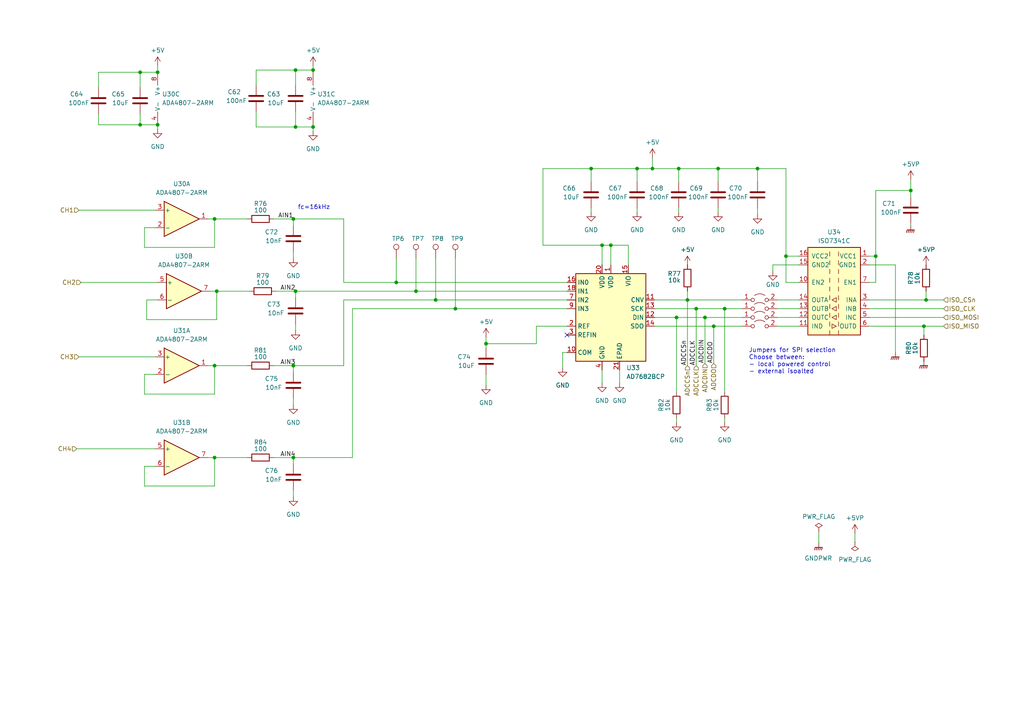
<source format=kicad_sch>
(kicad_sch (version 20231120) (generator "eeschema") (generator_version "8.0")
  (paper "A4")
  (lib_symbols
    (symbol "Amplifier_Operational:ADA4807-2ARM" (pin_names (offset 0.127))
      (property "Reference" "U" (at 0 5.08 0))
      (property "Value" "ADA4807-2ARM" (at 0 -5.08 0))
      (symbol "ADA4807-2ARM_1_1"
        (polyline (pts (xy -5.08 5.08) (xy 5.08 0) (xy -5.08 -5.08) (xy -5.08 5.08)) (stroke (width 0.254)) (fill (type background)))
        (pin output line (at 7.62 0 180) (length 2.54) (name "~") (number "1"))
        (pin input line (at -7.62 -2.54 0) (length 2.54) (name "-") (number "2"))
        (pin input line (at -7.62 2.54 0) (length 2.54) (name "+") (number "3"))
      )
      (symbol "ADA4807-2ARM_2_1"
        (polyline (pts (xy -5.08 5.08) (xy 5.08 0) (xy -5.08 -5.08) (xy -5.08 5.08)) (stroke (width 0.254)) (fill (type background)))
        (pin input line (at -7.62 2.54 0) (length 2.54) (name "+") (number "5"))
        (pin input line (at -7.62 -2.54 0) (length 2.54) (name "-") (number "6"))
        (pin output line (at 7.62 0 180) (length 2.54) (name "~") (number "7"))
      )
      (symbol "ADA4807-2ARM_3_1"
        (pin power_in line (at -2.54 -7.62 90) (length 3.81) (name "V-") (number "4"))
        (pin power_in line (at -2.54 7.62 270) (length 3.81) (name "V+") (number "8"))
      )
    )
    (symbol "Analog_ADC:AD7682BCP"
      (property "Reference" "U" (at 8.89 13.97 0))
      (property "Value" "AD7682BCP" (at -10.16 13.97 0))
      (symbol "AD7682BCP_0_1"
        (rectangle (start -10.16 12.7) (end 10.16 -12.7) (stroke (width 0.254)) (fill (type background)))
      )
      (symbol "AD7682BCP_1_1"
        (pin power_in line (at 0 15.24 270) (length 2.54) (name "VDD") (number "1"))
        (pin input line (at -12.7 -10.16 0) (length 2.54) (name "COM") (number "10"))
        (pin input line (at 12.7 5.08 180) (length 2.54) (name "CNV") (number "11"))
        (pin input line (at 12.7 0 180) (length 2.54) (name "DIN") (number "12"))
        (pin input line (at 12.7 2.54 180) (length 2.54) (name "SCK") (number "13"))
        (pin output line (at 12.7 -2.54 180) (length 2.54) (name "SDO") (number "14"))
        (pin power_in line (at 5.08 15.24 270) (length 2.54) (name "VIO") (number "15"))
        (pin input line (at -12.7 10.16 0) (length 2.54) (name "IN0") (number "16"))
        (pin no_connect line (at 10.16 -7.62 180) (length 2.54) hide (name "NC") (number "17"))
        (pin input line (at -12.7 7.62 0) (length 2.54) (name "IN1") (number "18"))
        (pin no_connect line (at 10.16 -5.08 180) (length 2.54) hide (name "NC") (number "19"))
        (pin passive line (at -12.7 -2.54 0) (length 2.54) (name "REF") (number "2"))
        (pin power_in line (at -2.54 15.24 270) (length 2.54) (name "VDD") (number "20"))
        (pin passive line (at 2.54 -15.24 90) (length 2.54) (name "EPAD") (number "21"))
        (pin passive line (at -12.7 -5.08 0) (length 2.54) (name "REFIN") (number "3"))
        (pin power_in line (at -2.54 -15.24 90) (length 2.54) (name "GND") (number "4"))
        (pin passive line (at -2.54 -15.24 90) (length 2.54) hide (name "GND") (number "5"))
        (pin no_connect line (at 10.16 7.62 180) (length 2.54) hide (name "NC") (number "6"))
        (pin input line (at -12.7 5.08 0) (length 2.54) (name "IN2") (number "7"))
        (pin no_connect line (at 10.16 -10.16 180) (length 2.54) hide (name "NC") (number "8"))
        (pin input line (at -12.7 2.54 0) (length 2.54) (name "IN3") (number "9"))
      )
    )
    (symbol "Connector:TestPoint" (pin_numbers hide) (pin_names (offset 0.762) hide)
      (property "Reference" "TP" (at 0 6.858 0))
      (property "Value" "TestPoint" (at 0 5.08 0))
      (symbol "TestPoint_0_1"
        (circle (center 0 3.302) (radius 0.762))
      )
      (symbol "TestPoint_1_1"
        (pin passive line (at 0 0 90) (length 2.54) (name "1") (number "1"))
      )
    )
    (symbol "Device:C" (pin_numbers hide) (pin_names (offset 0.254))
      (property "Reference" "C" (at 0.635 2.54 0))
      (property "Value" "C" (at 0.635 -2.54 0))
      (symbol "C_0_1"
        (polyline (pts (xy -2.032 -0.762) (xy 2.032 -0.762)) (stroke (width 0.508)))
        (polyline (pts (xy -2.032 0.762) (xy 2.032 0.762)) (stroke (width 0.508)))
      )
      (symbol "C_1_1"
        (pin passive line (at 0 3.81 270) (length 2.794) (name "~") (number "1"))
        (pin passive line (at 0 -3.81 90) (length 2.794) (name "~") (number "2"))
      )
    )
    (symbol "Device:R" (pin_numbers hide) (pin_names (offset 0))
      (property "Reference" "R" (at 2.032 0 90))
      (property "Value" "R" (at 0 0 90))
      (symbol "R_0_1"
        (rectangle (start -1.016 -2.54) (end 1.016 2.54) (stroke (width 0.254)))
      )
      (symbol "R_1_1"
        (pin passive line (at 0 3.81 270) (length 1.27) (name "~") (number "1"))
        (pin passive line (at 0 -3.81 90) (length 1.27) (name "~") (number "2"))
      )
    )
    (symbol "Isolator:ISO7341C" (pin_names (offset 1.016))
      (property "Reference" "U" (at 0 15.875 0))
      (property "Value" "ISO7341C" (at 0 13.97 0))
      (symbol "ISO7341C_0_1"
        (rectangle (start -7.62 12.7) (end 7.62 -12.7) (stroke (width 0.254)) (fill (type background)))
        (polyline (pts (xy -1.27 -11.43) (xy -1.27 -12.7)))
        (polyline (pts (xy -1.27 -8.89) (xy -1.27 -10.16)))
        (polyline (pts (xy -1.27 -6.35) (xy -1.27 -7.62)))
        (polyline (pts (xy -1.27 -3.81) (xy -1.27 -5.08)))
        (polyline (pts (xy -1.27 -1.27) (xy -1.27 -2.54)))
        (polyline (pts (xy -1.27 1.27) (xy -1.27 0)))
        (polyline (pts (xy -1.27 3.81) (xy -1.27 2.54)))
        (polyline (pts (xy -1.27 6.35) (xy -1.27 5.08)))
        (polyline (pts (xy -1.27 8.89) (xy -1.27 7.62)))
        (polyline (pts (xy -1.27 11.43) (xy -1.27 10.16)))
        (polyline (pts (xy 1.27 -11.43) (xy 1.27 -12.7)))
        (polyline (pts (xy 1.27 -8.89) (xy 1.27 -10.16)))
        (polyline (pts (xy 1.27 -6.35) (xy 1.27 -7.62)))
        (polyline (pts (xy 1.27 -3.81) (xy 1.27 -5.08)))
        (polyline (pts (xy 1.27 -1.27) (xy 1.27 -2.54)))
        (polyline (pts (xy 1.27 1.27) (xy 1.27 0)))
        (polyline (pts (xy 1.27 3.81) (xy 1.27 2.54)))
        (polyline (pts (xy 1.27 6.35) (xy 1.27 5.08)))
        (polyline (pts (xy 1.27 8.89) (xy 1.27 7.62)))
        (polyline (pts (xy 1.27 11.43) (xy 1.27 10.16)))
        (polyline (pts (xy -0.635 -10.16) (xy 0.635 -9.525) (xy 0.635 -10.795) (xy -0.635 -10.16)))
        (polyline (pts (xy -0.635 -6.985) (xy -0.635 -8.255) (xy 0.635 -7.62) (xy -0.635 -6.985)))
        (polyline (pts (xy -0.635 -4.445) (xy -0.635 -5.715) (xy 0.635 -5.08) (xy -0.635 -4.445)))
        (polyline (pts (xy -0.635 -1.905) (xy -0.635 -3.175) (xy 0.635 -2.54) (xy -0.635 -1.905)))
      )
      (symbol "ISO7341C_1_1"
        (pin power_in line (at -10.16 10.16 0) (length 2.54) (name "VCC1") (number "1"))
        (pin input line (at 10.16 2.54 180) (length 2.54) (name "EN2") (number "10"))
        (pin input line (at 10.16 -10.16 180) (length 2.54) (name "IND") (number "11"))
        (pin output line (at 10.16 -7.62 180) (length 2.54) (name "OUTC") (number "12"))
        (pin output line (at 10.16 -5.08 180) (length 2.54) (name "OUTB") (number "13"))
        (pin output line (at 10.16 -2.54 180) (length 2.54) (name "OUTA") (number "14"))
        (pin power_in line (at 10.16 7.62 180) (length 2.54) (name "GND2") (number "15"))
        (pin power_in line (at 10.16 10.16 180) (length 2.54) (name "VCC2") (number "16"))
        (pin power_in line (at -10.16 7.62 0) (length 2.54) (name "GND1") (number "2"))
        (pin input line (at -10.16 -2.54 0) (length 2.54) (name "INA") (number "3"))
        (pin input line (at -10.16 -5.08 0) (length 2.54) (name "INB") (number "4"))
        (pin input line (at -10.16 -7.62 0) (length 2.54) (name "INC") (number "5"))
        (pin output line (at -10.16 -10.16 0) (length 2.54) (name "OUTD") (number "6"))
        (pin input line (at -10.16 2.54 0) (length 2.54) (name "EN1") (number "7"))
        (pin passive line (at -10.16 7.62 0) (length 2.54) hide (name "GND1") (number "8"))
        (pin passive line (at 10.16 7.62 180) (length 2.54) hide (name "GND2") (number "9"))
      )
    )
    (symbol "Jumper:Jumper_2_Open" (pin_names (offset 0) hide)
      (property "Reference" "JP" (at 0 2.794 0))
      (property "Value" "Jumper_2_Open" (at 0 -2.286 0))
      (symbol "Jumper_2_Open_0_0"
        (circle (center -2.032 0) (radius 0.508))
        (circle (center 2.032 0) (radius 0.508))
      )
      (symbol "Jumper_2_Open_0_1"
        (arc (start 1.524 1.27) (mid 0 1.778) (end -1.524 1.27))
      )
      (symbol "Jumper_2_Open_1_1"
        (pin passive line (at -5.08 0 0) (length 2.54) (name "A") (number "1"))
        (pin passive line (at 5.08 0 180) (length 2.54) (name "B") (number "2"))
      )
    )
    (symbol "power:+5V" (power) (pin_names (offset 0))
      (property "Value" "+5V" (at 0 3.556 0))
      (symbol "+5V_0_1"
        (polyline (pts (xy -0.762 1.27) (xy 0 2.54)))
        (polyline (pts (xy 0 0) (xy 0 2.54)))
        (polyline (pts (xy 0 2.54) (xy 0.762 1.27)))
      )
      (symbol "+5V_1_1"
        (pin power_in line (at 0 0 90) (length 0) hide (name "+5V") (number "1"))
      )
    )
    (symbol "power:+5VP" (power) (pin_names (offset 0))
      (property "Value" "+5VP" (at 0 3.556 0))
      (symbol "+5VP_0_1"
        (polyline (pts (xy -0.762 1.27) (xy 0 2.54)))
        (polyline (pts (xy 0 0) (xy 0 2.54)))
        (polyline (pts (xy 0 2.54) (xy 0.762 1.27)))
      )
      (symbol "+5VP_1_1"
        (pin power_in line (at 0 0 90) (length 0) hide (name "+5VP") (number "1"))
      )
    )
    (symbol "power:GND" (power) (pin_names (offset 0))
      (property "Value" "GND" (at 0 -3.81 0))
      (symbol "GND_0_1"
        (polyline (pts (xy 0 0) (xy 0 -1.27) (xy 1.27 -1.27) (xy 0 -2.54) (xy -1.27 -1.27) (xy 0 -1.27)))
      )
      (symbol "GND_1_1"
        (pin power_in line (at 0 0 270) (length 0) hide (name "GND") (number "1"))
      )
    )
    (symbol "power:GNDPWR" (power) (pin_names (offset 0))
      (property "Value" "GNDPWR" (at 0 -3.302 0))
      (symbol "GNDPWR_0_1"
        (polyline (pts (xy 0 -1.27) (xy 0 0)))
        (polyline (pts (xy -1.016 -1.27) (xy -1.27 -2.032) (xy -1.27 -2.032)) (stroke (width 0.2032)))
        (polyline (pts (xy -0.508 -1.27) (xy -0.762 -2.032) (xy -0.762 -2.032)) (stroke (width 0.2032)))
        (polyline (pts (xy 0 -1.27) (xy -0.254 -2.032) (xy -0.254 -2.032)) (stroke (width 0.2032)))
        (polyline (pts (xy 0.508 -1.27) (xy 0.254 -2.032) (xy 0.254 -2.032)) (stroke (width 0.2032)))
        (polyline (pts (xy 1.016 -1.27) (xy -1.016 -1.27) (xy -1.016 -1.27)) (stroke (width 0.2032)))
        (polyline (pts (xy 1.016 -1.27) (xy 0.762 -2.032) (xy 0.762 -2.032) (xy 0.762 -2.032)) (stroke (width 0.2032)))
      )
      (symbol "GNDPWR_1_1"
        (pin power_in line (at 0 0 270) (length 0) hide (name "GNDPWR") (number "1"))
      )
    )
    (symbol "power:PWR_FLAG" (power) (pin_numbers hide) (pin_names (offset 0) hide)
      (property "Value" "PWR_FLAG" (at 0 3.81 0))
      (symbol "PWR_FLAG_0_0"
        (pin power_out line (at 0 0 90) (length 0) (name "pwr") (number "1"))
      )
      (symbol "PWR_FLAG_0_1"
        (polyline (pts (xy 0 0) (xy 0 1.27) (xy -1.016 1.905) (xy 0 2.54) (xy 1.016 1.905) (xy 0 1.27)))
      )
    )
  )
  (junction (at 40.64 36.195))
  (junction (at 174.625 71.12))
  (junction (at 210.185 89.535))
  (junction (at 177.165 71.12))
  (junction (at 120.65 84.455))
  (junction (at 126.365 86.995))
  (junction (at 199.39 86.995))
  (junction (at 201.93 89.535))
  (junction (at 227.965 74.295))
  (junction (at 114.935 81.915))
  (junction (at 219.71 48.895))
  (junction (at 268.605 86.995))
  (junction (at 264.16 55.245))
  (junction (at 85.725 20.32))
  (junction (at 85.09 132.715))
  (junction (at 254 74.295))
  (junction (at 189.23 48.895))
  (junction (at 62.865 84.455))
  (junction (at 85.725 36.83))
  (junction (at 204.47 92.075))
  (junction (at 90.805 36.83))
  (junction (at 62.23 106.045))
  (junction (at 85.725 84.455))
  (junction (at 196.215 92.075))
  (junction (at 40.64 20.955))
  (junction (at 85.09 63.5))
  (junction (at 90.805 20.32))
  (junction (at 45.72 20.955))
  (junction (at 207.01 94.615))
  (junction (at 171.45 48.895))
  (junction (at 62.23 63.5))
  (junction (at 140.97 99.695))
  (junction (at 184.785 48.895))
  (junction (at 196.85 48.895))
  (junction (at 45.72 36.195))
  (junction (at 208.28 48.895))
  (junction (at 85.09 106.045))
  (junction (at 132.08 89.535))
  (junction (at 267.97 94.615))
  (junction (at 62.23 132.715))
  (no_connect (at 164.465 97.155))
  (wire (pts (xy 254 81.915) (xy 254 74.295)))
  (wire (pts (xy 237.49 157.48) (xy 237.49 154.305)))
  (wire (pts (xy 196.215 92.075) (xy 204.47 92.075)))
  (wire (pts (xy 80.01 84.455) (xy 85.725 84.455)))
  (wire (pts (xy 126.365 86.995) (xy 99.695 86.995)))
  (wire (pts (xy 231.775 81.915) (xy 227.965 81.915)))
  (wire (pts (xy 189.865 92.075) (xy 196.215 92.075)))
  (wire (pts (xy 85.725 32.385) (xy 85.725 36.83)))
  (wire (pts (xy 227.965 74.295) (xy 227.965 48.895)))
  (wire (pts (xy 85.09 142.24) (xy 85.09 144.145)))
  (wire (pts (xy 23.495 81.915) (xy 45.72 81.915)))
  (wire (pts (xy 182.245 76.835) (xy 182.245 71.12)))
  (wire (pts (xy 163.195 102.235) (xy 163.195 106.68)))
  (wire (pts (xy 231.775 76.835) (xy 224.155 76.835)))
  (wire (pts (xy 74.295 36.83) (xy 85.725 36.83)))
  (wire (pts (xy 225.425 86.995) (xy 231.775 86.995)))
  (wire (pts (xy 207.01 94.615) (xy 207.01 105.41)))
  (wire (pts (xy 42.545 86.995) (xy 42.545 92.71)))
  (wire (pts (xy 45.085 135.255) (xy 41.91 135.255)))
  (wire (pts (xy 155.575 99.695) (xy 155.575 94.615)))
  (wire (pts (xy 204.47 92.075) (xy 215.265 92.075)))
  (wire (pts (xy 196.85 48.895) (xy 208.28 48.895)))
  (wire (pts (xy 268.605 86.995) (xy 273.685 86.995)))
  (wire (pts (xy 208.28 48.895) (xy 208.28 52.705)))
  (wire (pts (xy 189.865 86.995) (xy 199.39 86.995)))
  (wire (pts (xy 210.185 89.535) (xy 210.185 113.665)))
  (wire (pts (xy 264.16 52.07) (xy 264.16 55.245)))
  (wire (pts (xy 102.235 132.715) (xy 85.09 132.715)))
  (wire (pts (xy 114.935 81.915) (xy 99.695 81.915)))
  (wire (pts (xy 28.575 25.4) (xy 28.575 20.955)))
  (wire (pts (xy 62.865 84.455) (xy 60.96 84.455)))
  (wire (pts (xy 254 74.295) (xy 254 55.245)))
  (wire (pts (xy 41.91 71.755) (xy 62.23 71.755)))
  (wire (pts (xy 189.865 94.615) (xy 207.01 94.615)))
  (wire (pts (xy 189.23 45.72) (xy 189.23 48.895)))
  (wire (pts (xy 79.375 132.715) (xy 85.09 132.715)))
  (wire (pts (xy 208.28 61.595) (xy 208.28 60.325)))
  (wire (pts (xy 62.23 140.97) (xy 62.23 132.715)))
  (wire (pts (xy 210.185 89.535) (xy 215.265 89.535)))
  (wire (pts (xy 182.245 71.12) (xy 177.165 71.12)))
  (wire (pts (xy 85.09 73.025) (xy 85.09 74.93)))
  (wire (pts (xy 79.375 63.5) (xy 85.09 63.5)))
  (wire (pts (xy 62.23 106.045) (xy 60.325 106.045)))
  (wire (pts (xy 196.85 61.595) (xy 196.85 60.325)))
  (wire (pts (xy 252.095 92.075) (xy 273.685 92.075)))
  (wire (pts (xy 252.095 94.615) (xy 267.97 94.615)))
  (wire (pts (xy 90.805 36.83) (xy 90.805 38.1)))
  (wire (pts (xy 199.39 84.455) (xy 199.39 86.995)))
  (wire (pts (xy 199.39 86.995) (xy 215.265 86.995)))
  (wire (pts (xy 45.085 66.04) (xy 41.91 66.04)))
  (wire (pts (xy 114.935 74.93) (xy 114.935 81.915)))
  (wire (pts (xy 140.97 100.965) (xy 140.97 99.695)))
  (wire (pts (xy 85.09 106.045) (xy 85.09 107.95)))
  (wire (pts (xy 74.295 20.32) (xy 85.725 20.32)))
  (wire (pts (xy 196.85 48.895) (xy 196.85 52.705)))
  (wire (pts (xy 120.65 74.93) (xy 120.65 84.455)))
  (wire (pts (xy 62.23 106.045) (xy 71.755 106.045)))
  (wire (pts (xy 62.23 63.5) (xy 62.23 71.755)))
  (wire (pts (xy 90.805 20.32) (xy 90.805 20.955)))
  (wire (pts (xy 22.225 130.175) (xy 45.085 130.175)))
  (wire (pts (xy 40.64 33.02) (xy 40.64 36.195)))
  (wire (pts (xy 140.97 97.79) (xy 140.97 99.695)))
  (wire (pts (xy 164.465 102.235) (xy 163.195 102.235)))
  (wire (pts (xy 140.97 111.76) (xy 140.97 108.585)))
  (wire (pts (xy 268.605 84.455) (xy 268.605 86.995)))
  (wire (pts (xy 85.09 63.5) (xy 85.09 65.405)))
  (wire (pts (xy 247.9661 154.681) (xy 247.9661 157.221)))
  (wire (pts (xy 184.785 48.895) (xy 189.23 48.895)))
  (wire (pts (xy 126.365 74.93) (xy 126.365 86.995)))
  (wire (pts (xy 227.965 48.895) (xy 219.71 48.895)))
  (wire (pts (xy 85.09 115.57) (xy 85.09 117.475)))
  (wire (pts (xy 224.155 76.835) (xy 224.155 78.74)))
  (wire (pts (xy 252.095 89.535) (xy 273.685 89.535)))
  (wire (pts (xy 157.48 71.12) (xy 157.48 48.895)))
  (wire (pts (xy 85.725 84.455) (xy 85.725 86.36)))
  (wire (pts (xy 132.08 74.93) (xy 132.08 89.535)))
  (wire (pts (xy 171.45 52.705) (xy 171.45 48.895)))
  (wire (pts (xy 85.725 36.83) (xy 90.805 36.83)))
  (wire (pts (xy 74.295 24.765) (xy 74.295 20.32)))
  (wire (pts (xy 62.23 63.5) (xy 71.755 63.5)))
  (wire (pts (xy 171.45 48.895) (xy 184.785 48.895)))
  (wire (pts (xy 41.91 108.585) (xy 41.91 114.3)))
  (wire (pts (xy 45.085 108.585) (xy 41.91 108.585)))
  (wire (pts (xy 41.91 66.04) (xy 41.91 71.755)))
  (wire (pts (xy 164.465 81.915) (xy 114.935 81.915)))
  (wire (pts (xy 62.865 92.71) (xy 62.865 84.455)))
  (wire (pts (xy 184.785 61.595) (xy 184.785 60.325)))
  (wire (pts (xy 164.465 86.995) (xy 126.365 86.995)))
  (wire (pts (xy 164.465 89.535) (xy 132.08 89.535)))
  (wire (pts (xy 102.235 89.535) (xy 102.235 132.715)))
  (wire (pts (xy 157.48 48.895) (xy 171.45 48.895)))
  (wire (pts (xy 120.65 84.455) (xy 164.465 84.455)))
  (wire (pts (xy 62.23 132.715) (xy 60.325 132.715)))
  (wire (pts (xy 45.72 37.465) (xy 45.72 36.195)))
  (wire (pts (xy 219.71 48.895) (xy 219.71 52.705)))
  (wire (pts (xy 189.865 89.535) (xy 201.93 89.535)))
  (wire (pts (xy 267.97 94.615) (xy 273.685 94.615)))
  (wire (pts (xy 62.23 132.715) (xy 71.755 132.715)))
  (wire (pts (xy 22.86 103.505) (xy 45.085 103.505)))
  (wire (pts (xy 85.725 20.32) (xy 90.805 20.32)))
  (wire (pts (xy 184.785 48.895) (xy 184.785 52.705)))
  (wire (pts (xy 174.625 76.835) (xy 174.625 71.12)))
  (wire (pts (xy 199.39 86.995) (xy 199.39 106.045)))
  (wire (pts (xy 201.93 89.535) (xy 210.185 89.535)))
  (wire (pts (xy 140.97 99.695) (xy 155.575 99.695)))
  (wire (pts (xy 28.575 33.02) (xy 28.575 36.195)))
  (wire (pts (xy 40.64 20.955) (xy 45.72 20.955)))
  (wire (pts (xy 62.23 63.5) (xy 60.325 63.5)))
  (wire (pts (xy 219.71 62.23) (xy 219.71 60.325)))
  (wire (pts (xy 41.91 114.3) (xy 62.23 114.3)))
  (wire (pts (xy 196.215 92.075) (xy 196.215 113.665)))
  (wire (pts (xy 41.91 140.97) (xy 62.23 140.97)))
  (wire (pts (xy 254 55.245) (xy 264.16 55.245)))
  (wire (pts (xy 45.72 86.995) (xy 42.545 86.995)))
  (wire (pts (xy 177.165 76.835) (xy 177.165 71.12)))
  (wire (pts (xy 85.725 24.765) (xy 85.725 20.32)))
  (wire (pts (xy 189.23 48.895) (xy 196.85 48.895)))
  (wire (pts (xy 177.165 71.12) (xy 174.625 71.12)))
  (wire (pts (xy 210.185 122.555) (xy 210.185 121.285)))
  (wire (pts (xy 79.375 106.045) (xy 85.09 106.045)))
  (wire (pts (xy 227.965 81.915) (xy 227.965 74.295)))
  (wire (pts (xy 41.91 135.255) (xy 41.91 140.97)))
  (wire (pts (xy 90.805 19.05) (xy 90.805 20.32)))
  (wire (pts (xy 219.71 48.895) (xy 208.28 48.895)))
  (wire (pts (xy 252.095 76.835) (xy 259.715 76.835)))
  (wire (pts (xy 204.47 92.075) (xy 204.47 105.41)))
  (wire (pts (xy 225.425 94.615) (xy 231.775 94.615)))
  (wire (pts (xy 45.72 19.05) (xy 45.72 20.955)))
  (wire (pts (xy 62.865 84.455) (xy 72.39 84.455)))
  (wire (pts (xy 40.64 36.195) (xy 45.72 36.195)))
  (wire (pts (xy 267.97 94.615) (xy 267.97 97.155)))
  (wire (pts (xy 231.775 74.295) (xy 227.965 74.295)))
  (wire (pts (xy 171.45 61.595) (xy 171.45 60.325)))
  (wire (pts (xy 28.575 36.195) (xy 40.64 36.195)))
  (wire (pts (xy 252.095 74.295) (xy 254 74.295)))
  (wire (pts (xy 155.575 94.615) (xy 164.465 94.615)))
  (wire (pts (xy 252.095 86.995) (xy 268.605 86.995)))
  (wire (pts (xy 99.695 86.995) (xy 99.695 106.045)))
  (wire (pts (xy 28.575 20.955) (xy 40.64 20.955)))
  (wire (pts (xy 201.93 89.535) (xy 201.93 106.045)))
  (wire (pts (xy 85.725 84.455) (xy 120.65 84.455)))
  (wire (pts (xy 74.295 32.385) (xy 74.295 36.83)))
  (wire (pts (xy 99.695 81.915) (xy 99.695 63.5)))
  (wire (pts (xy 40.64 25.4) (xy 40.64 20.955)))
  (wire (pts (xy 259.715 76.835) (xy 259.715 102.235)))
  (wire (pts (xy 252.095 81.915) (xy 254 81.915)))
  (wire (pts (xy 196.215 122.555) (xy 196.215 121.285)))
  (wire (pts (xy 90.805 36.195) (xy 90.805 36.83)))
  (wire (pts (xy 264.16 55.245) (xy 264.16 57.15)))
  (wire (pts (xy 42.545 92.71) (xy 62.865 92.71)))
  (wire (pts (xy 85.09 132.715) (xy 85.09 134.62)))
  (wire (pts (xy 225.425 92.075) (xy 231.775 92.075)))
  (wire (pts (xy 62.23 114.3) (xy 62.23 106.045)))
  (wire (pts (xy 99.695 63.5) (xy 85.09 63.5)))
  (wire (pts (xy 174.625 111.125) (xy 174.625 107.315)))
  (wire (pts (xy 22.86 60.96) (xy 45.085 60.96)))
  (wire (pts (xy 132.08 89.535) (xy 102.235 89.535)))
  (wire (pts (xy 179.705 111.125) (xy 179.705 107.315)))
  (wire (pts (xy 99.695 106.045) (xy 85.09 106.045)))
  (wire (pts (xy 157.48 71.12) (xy 174.625 71.12)))
  (wire (pts (xy 225.425 89.535) (xy 231.775 89.535)))
  (wire (pts (xy 85.725 93.98) (xy 85.725 95.885)))
  (wire (pts (xy 264.16 65.405) (xy 264.16 64.77)))
  (wire (pts (xy 207.01 94.615) (xy 215.265 94.615)))
  (text "Jumpers for SPI selection\nChoose between:\n- local powered control \n- external isoalted" (at 217.17 108.585 0) (effects (font (size 1.27 1.27)) (justify left bottom)))
  (text "fc=16kHz\n" (at 86.36 60.96 0) (effects (font (size 1.27 1.27)) (justify left bottom)))
  (label "ADCCLK" (at 201.93 106.045 90))
  (label "ADCDIN" (at 204.47 105.41 90))
  (label "AIN4" (at 81.28 132.715 0))
  (label "AIN1" (at 80.645 63.5 0))
  (label "AIN2" (at 81.28 84.455 0))
  (label "ADCDO" (at 207.01 105.41 90))
  (label "ADCCSn" (at 199.39 106.045 90))
  (label "AIN3" (at 81.28 106.045 0))
  (hierarchical_label "ADCDIN" (shape input) (at 204.47 105.41 270))
  (hierarchical_label "CH2" (shape input) (at 23.495 81.915 180))
  (hierarchical_label "CH1" (shape input) (at 22.86 60.96 180))
  (hierarchical_label "CH4" (shape input) (at 22.225 130.175 180))
  (hierarchical_label "ADCDO" (shape input) (at 207.01 105.41 270))
  (hierarchical_label "ISO_MISO" (shape input) (at 273.685 94.615 0))
  (hierarchical_label "ISO_CSn" (shape input) (at 273.685 86.995 0))
  (hierarchical_label "ISO_CLK" (shape input) (at 273.685 89.535 0))
  (hierarchical_label "ADCCLK" (shape input) (at 201.93 106.045 270))
  (hierarchical_label "CH3" (shape input) (at 22.86 103.505 180))
  (hierarchical_label "ADCCSn" (shape input) (at 199.39 106.045 270))
  (hierarchical_label "ISO_MOSI" (shape input) (at 273.685 92.075 0))
  (symbol (lib_id "Amplifier_Operational:ADA4807-2ARM") (at 48.26 28.575 0) (unit 3)
    (property "Reference" "U30" (at 46.99 27.305 0) (effects (justify left)))
    (property "Value" "ADA4807-2ARM" (at 46.99 29.845 0) (effects (justify left)))
    (property "Footprint" "Package_SO:MSOP-8_3x3mm_P0.65mm" (effects (hide yes)))
    (property "Datasheet" "https://www.analog.com/media/en/technical-documentation/data-sheets/ADA4807-1_4807-2_4807-4.pdf" (effects (hide yes)))
    (property "JLCPCB Price" "3.5610" (effects (hide yes)))
    (property "JLCPCB Type" "Extended" (effects (hide yes)))
    (property "LCSC Part #" "C207542" (effects (hide yes)))
  )
  (symbol (lib_id "Amplifier_Operational:ADA4807-2ARM") (at 53.34 84.455 0) (unit 2)
    (property "Reference" "U30" (at 53.34 74.295 0))
    (property "Value" "ADA4807-2ARM" (at 53.34 76.835 0))
    (property "Footprint" "Package_SO:MSOP-8_3x3mm_P0.65mm" (effects (hide yes)))
    (property "Datasheet" "https://www.analog.com/media/en/technical-documentation/data-sheets/ADA4807-1_4807-2_4807-4.pdf" (effects (hide yes)))
    (property "JLCPCB Price" "3.5610" (effects (hide yes)))
    (property "JLCPCB Type" "Extended" (effects (hide yes)))
    (property "LCSC Part #" "C207542" (effects (hide yes)))
  )
  (symbol (lib_id "Device:C") (at 171.45 56.515 180) (unit 1)
    (property "Reference" "C66" (at 165.1 54.61 0))
    (property "Value" "10uF" (at 165.735 57.15 0))
    (property "Footprint" "Capacitor_SMD:C_0603_1608Metric_Pad1.08x0.95mm_HandSolder" (effects (hide yes)))
    (property "JLCPCB Price" "0.0704" (effects (hide yes)))
    (property "JLCPCB Type" "Basic" (effects (hide yes)))
    (property "LCSC Part #" "C440198" (effects (hide yes)))
  )
  (symbol (lib_id "power:PWR_FLAG") (at 247.9661 157.221 180) (unit 1)
    (property "Reference" "#FLG09" (effects (hide yes)))
    (property "Value" "PWR_FLAG" (at 247.9661 162.301 0))
  )
  (symbol (lib_id "Amplifier_Operational:ADA4807-2ARM") (at 52.705 106.045 0) (unit 1)
    (property "Reference" "U31" (at 52.705 95.885 0))
    (property "Value" "ADA4807-2ARM" (at 52.705 98.425 0))
    (property "Footprint" "Package_SO:MSOP-8_3x3mm_P0.65mm" (effects (hide yes)))
    (property "Datasheet" "https://www.analog.com/media/en/technical-documentation/data-sheets/ADA4807-1_4807-2_4807-4.pdf" (effects (hide yes)))
    (property "JLCPCB Price" "3.5610" (effects (hide yes)))
    (property "JLCPCB Type" "Extended" (effects (hide yes)))
    (property "LCSC Part #" "C207542" (effects (hide yes)))
  )
  (symbol (lib_id "Connector:TestPoint") (at 132.08 74.93 0) (unit 1)
    (property "Reference" "TP9" (at 130.81 69.215 0) (effects (justify left)))
    (property "Value" "TestPoint" (effects (hide yes)))
    (property "Footprint" "TestPoint:TestPoint_Pad_D1.0mm" (effects (hide yes)))
  )
  (symbol (lib_id "power:GNDPWR") (at 264.16 65.405 0) (unit 1)
    (property "Reference" "#PWR0112" (effects (hide yes)))
    (property "Value" "GNDPWR" (effects (hide yes)))
  )
  (symbol (lib_id "power:+5V") (at 140.97 97.79 0) (unit 1)
    (property "Reference" "#PWR0118" (effects (hide yes)))
    (property "Value" "+5V" (at 140.97 93.345 0))
  )
  (symbol (lib_id "Device:C") (at 85.09 111.76 180) (unit 1)
    (property "Reference" "C75" (at 78.74 109.855 0))
    (property "Value" "10nF" (at 79.375 112.395 0))
    (property "Footprint" "Capacitor_SMD:C_0603_1608Metric_Pad1.08x0.95mm_HandSolder" (effects (hide yes)))
    (property "JLCPCB Price" "0.0023" (effects (hide yes)))
    (property "JLCPCB Type" "Basic" (effects (hide yes)))
    (property "LCSC Part #" "C57112" (effects (hide yes)))
  )
  (symbol (lib_id "Device:R") (at 210.185 117.475 0) (unit 1)
    (property "Reference" "R83" (at 205.74 117.475 90))
    (property "Value" "10k" (at 207.645 117.475 90))
    (property "Footprint" "Resistor_SMD:R_0603_1608Metric_Pad0.98x0.95mm_HandSolder" (effects (hide yes)))
    (property "JLCPCB Price" "0.0009" (effects (hide yes)))
    (property "JLCPCB Type" "Basic" (effects (hide yes)))
    (property "LCSC Part #" "C25804" (effects (hide yes)))
  )
  (symbol (lib_id "power:GND") (at 179.705 111.125 0) (unit 1)
    (property "Reference" "#PWR0123" (effects (hide yes)))
    (property "Value" "GND" (at 179.705 116.205 0))
  )
  (symbol (lib_id "power:+5VP") (at 268.605 76.835 0) (unit 1)
    (property "Reference" "#PWR0115" (effects (hide yes)))
    (property "Value" "+5VP" (at 268.605 72.39 0))
  )
  (symbol (lib_id "power:+5VP") (at 264.16 52.07 0) (unit 1)
    (property "Reference" "#PWR0106" (effects (hide yes)))
    (property "Value" "+5VP" (at 264.16 47.625 0))
  )
  (symbol (lib_id "Device:C") (at 264.16 60.96 180) (unit 1)
    (property "Reference" "C71" (at 257.81 59.055 0))
    (property "Value" "100nF" (at 258.445 61.595 0))
    (property "Footprint" "Capacitor_SMD:C_0603_1608Metric_Pad1.08x0.95mm_HandSolder" (effects (hide yes)))
    (property "JLCPCB Price" "0.0022" (effects (hide yes)))
    (property "JLCPCB Type" "Basic" (effects (hide yes)))
    (property "LCSC Part #" "C14663" (effects (hide yes)))
  )
  (symbol (lib_id "Device:R") (at 75.565 132.715 270) (unit 1)
    (property "Reference" "R84" (at 75.565 128.27 90))
    (property "Value" "100" (at 75.565 130.175 90))
    (property "Footprint" "Resistor_SMD:R_0603_1608Metric_Pad0.98x0.95mm_HandSolder" (effects (hide yes)))
    (property "JLCPCB Price" "0.0010" (effects (hide yes)))
    (property "JLCPCB Type" "Basic" (effects (hide yes)))
    (property "LCSC Part #" "C22775" (effects (hide yes)))
  )
  (symbol (lib_id "power:GND") (at 196.215 122.555 0) (unit 1)
    (property "Reference" "#PWR0126" (effects (hide yes)))
    (property "Value" "GND" (at 196.215 127.635 0))
  )
  (symbol (lib_id "Device:C") (at 219.71 56.515 180) (unit 1)
    (property "Reference" "C70" (at 213.36 54.61 0))
    (property "Value" "100nF" (at 213.995 57.15 0))
    (property "Footprint" "Capacitor_SMD:C_0603_1608Metric_Pad1.08x0.95mm_HandSolder" (effects (hide yes)))
    (property "JLCPCB Price" "0.0022" (effects (hide yes)))
    (property "JLCPCB Type" "Basic" (effects (hide yes)))
    (property "LCSC Part #" "C14663" (effects (hide yes)))
  )
  (symbol (lib_id "Device:C") (at 85.09 69.215 180) (unit 1)
    (property "Reference" "C72" (at 78.74 67.31 0))
    (property "Value" "10nF" (at 79.375 69.85 0))
    (property "Footprint" "Capacitor_SMD:C_0603_1608Metric_Pad1.08x0.95mm_HandSolder" (effects (hide yes)))
    (property "JLCPCB Price" "0.0023" (effects (hide yes)))
    (property "JLCPCB Type" "Basic" (effects (hide yes)))
    (property "LCSC Part #" "C57112" (effects (hide yes)))
  )
  (symbol (lib_id "power:+5V") (at 199.39 76.835 0) (unit 1)
    (property "Reference" "#PWR0114" (effects (hide yes)))
    (property "Value" "+5V" (at 199.39 72.39 0))
  )
  (symbol (lib_id "Amplifier_Operational:ADA4807-2ARM") (at 93.345 28.575 0) (unit 3)
    (property "Reference" "U31" (at 92.075 27.305 0) (effects (justify left)))
    (property "Value" "ADA4807-2ARM" (at 92.075 29.845 0) (effects (justify left)))
    (property "Footprint" "Package_SO:MSOP-8_3x3mm_P0.65mm" (effects (hide yes)))
    (property "Datasheet" "https://www.analog.com/media/en/technical-documentation/data-sheets/ADA4807-1_4807-2_4807-4.pdf" (effects (hide yes)))
    (property "JLCPCB Price" "3.5610" (effects (hide yes)))
    (property "JLCPCB Type" "Extended" (effects (hide yes)))
    (property "LCSC Part #" "C207542" (effects (hide yes)))
  )
  (symbol (lib_id "power:+5V") (at 189.23 45.72 0) (unit 1)
    (property "Reference" "#PWR0105" (effects (hide yes)))
    (property "Value" "+5V" (at 189.23 41.275 0))
  )
  (symbol (lib_id "Analog_ADC:AD7682BCP") (at 177.165 92.075 0) (unit 1)
    (property "Reference" "U33" (at 181.6609 106.68 0) (effects (justify left)))
    (property "Value" "AD7682BCP" (at 181.6609 109.22 0) (effects (justify left)))
    (property "Footprint" "Package_CSP:LFCSP-20-1EP_4x4mm_P0.5mm_EP2.5x2.5mm" (effects (hide yes)))
    (property "Datasheet" "https://www.analog.com/media/en/technical-documentation/data-sheets/AD7682_7689.pdf" (effects (hide yes)))
    (property "JLCPCB Price" "5.1630" (effects (hide yes)))
    (property "JLCPCB Type" "Extended" (effects (hide yes)))
    (property "LCSC Part #" "C398823" (effects (hide yes)))
  )
  (symbol (lib_id "Connector:TestPoint") (at 120.65 74.93 0) (unit 1)
    (property "Reference" "TP7" (at 119.38 69.215 0) (effects (justify left)))
    (property "Value" "TestPoint" (effects (hide yes)))
    (property "Footprint" "TestPoint:TestPoint_Pad_D1.0mm" (effects (hide yes)))
  )
  (symbol (lib_id "power:GND") (at 210.185 122.555 0) (unit 1)
    (property "Reference" "#PWR0127" (effects (hide yes)))
    (property "Value" "GND" (at 210.185 127.635 0))
  )
  (symbol (lib_id "Jumper:Jumper_2_Open") (at 220.345 92.075 0) (unit 1)
    (property "Reference" "JP21" (effects (hide yes)))
    (property "Value" "Jumper_2_Open" (effects (hide yes)))
    (property "Footprint" "Connector_PinHeader_2.54mm:PinHeader_1x02_P2.54mm_Vertical" (effects (hide yes)))
    (property "JLCPCB Price" "-" (effects (hide yes)))
    (property "JLCPCB Type" "-" (effects (hide yes)))
    (property "LCSC Part #" "-" (effects (hide yes)))
  )
  (symbol (lib_id "Jumper:Jumper_2_Open") (at 220.345 94.615 0) (unit 1)
    (property "Reference" "JP22" (effects (hide yes)))
    (property "Value" "Jumper_2_Open" (effects (hide yes)))
    (property "Footprint" "Connector_PinHeader_2.54mm:PinHeader_1x02_P2.54mm_Vertical" (effects (hide yes)))
    (property "JLCPCB Price" "-" (effects (hide yes)))
    (property "JLCPCB Type" "-" (effects (hide yes)))
    (property "LCSC Part #" "-" (effects (hide yes)))
  )
  (symbol (lib_id "Amplifier_Operational:ADA4807-2ARM") (at 52.705 132.715 0) (unit 2)
    (property "Reference" "U31" (at 52.705 122.555 0))
    (property "Value" "ADA4807-2ARM" (at 52.705 125.095 0))
    (property "Footprint" "Package_SO:MSOP-8_3x3mm_P0.65mm" (effects (hide yes)))
    (property "Datasheet" "https://www.analog.com/media/en/technical-documentation/data-sheets/ADA4807-1_4807-2_4807-4.pdf" (effects (hide yes)))
    (property "JLCPCB Price" "3.5610" (effects (hide yes)))
    (property "JLCPCB Type" "Extended" (effects (hide yes)))
    (property "LCSC Part #" "C207542" (effects (hide yes)))
  )
  (symbol (lib_id "power:GND") (at 163.195 106.68 0) (unit 1)
    (property "Reference" "#PWR0121" (effects (hide yes)))
    (property "Value" "GND" (at 163.195 111.76 0))
  )
  (symbol (lib_id "Device:C") (at 74.295 28.575 180) (unit 1)
    (property "Reference" "C62" (at 67.945 26.67 0))
    (property "Value" "100nF" (at 68.58 29.21 0))
    (property "Footprint" "Capacitor_SMD:C_0603_1608Metric_Pad1.08x0.95mm_HandSolder" (effects (hide yes)))
    (property "JLCPCB Price" "0.0022" (effects (hide yes)))
    (property "JLCPCB Type" "Basic" (effects (hide yes)))
    (property "LCSC Part #" "C14663" (effects (hide yes)))
  )
  (symbol (lib_id "power:+5V") (at 90.805 19.05 0) (unit 1)
    (property "Reference" "#PWR0102" (effects (hide yes)))
    (property "Value" "+5V" (at 90.805 14.605 0))
  )
  (symbol (lib_id "power:GND") (at 224.155 78.74 0) (unit 1)
    (property "Reference" "#PWR0116" (effects (hide yes)))
    (property "Value" "GND" (at 224.155 82.55 0))
  )
  (symbol (lib_id "Device:R") (at 75.565 106.045 270) (unit 1)
    (property "Reference" "R81" (at 75.565 101.6 90))
    (property "Value" "100" (at 75.565 103.505 90))
    (property "Footprint" "Resistor_SMD:R_0603_1608Metric_Pad0.98x0.95mm_HandSolder" (effects (hide yes)))
    (property "JLCPCB Price" "0.0010" (effects (hide yes)))
    (property "JLCPCB Type" "Basic" (effects (hide yes)))
    (property "LCSC Part #" "C22775" (effects (hide yes)))
  )
  (symbol (lib_id "power:PWR_FLAG") (at 237.49 154.305 0) (unit 1)
    (property "Reference" "#FLG010" (effects (hide yes)))
    (property "Value" "PWR_FLAG" (at 237.49 149.86 0))
  )
  (symbol (lib_id "Isolator:ISO7341C") (at 241.935 84.455 0) (mirror y) (unit 1)
    (property "Reference" "U34" (at 241.935 67.31 0))
    (property "Value" "ISO7341C" (at 241.935 69.85 0))
    (property "Footprint" "Package_SO:SOIC-16W_7.5x10.3mm_P1.27mm" (effects (hide yes)))
    (property "Datasheet" "http://www.ti.com/general/docs/lit/getliterature.tsp?genericPartNumber=iso7341c&fileType=pdf" (effects (hide yes)))
    (property "JLCPCB Price" "1.9845" (effects (hide yes)))
    (property "JLCPCB Type" "Extended" (effects (hide yes)))
    (property "LCSC Part #" "C486024" (effects (hide yes)))
  )
  (symbol (lib_id "Device:C") (at 28.575 29.21 180) (unit 1)
    (property "Reference" "C64" (at 22.225 27.305 0))
    (property "Value" "100nF" (at 22.86 29.845 0))
    (property "Footprint" "Capacitor_SMD:C_0603_1608Metric_Pad1.08x0.95mm_HandSolder" (effects (hide yes)))
    (property "JLCPCB Price" "0.0022" (effects (hide yes)))
    (property "JLCPCB Type" "Basic" (effects (hide yes)))
    (property "LCSC Part #" "C14663" (effects (hide yes)))
  )
  (symbol (lib_id "Device:C") (at 196.85 56.515 180) (unit 1)
    (property "Reference" "C68" (at 190.5 54.61 0))
    (property "Value" "100nF" (at 191.135 57.15 0))
    (property "Footprint" "Capacitor_SMD:C_0603_1608Metric_Pad1.08x0.95mm_HandSolder" (effects (hide yes)))
    (property "JLCPCB Price" "0.0022" (effects (hide yes)))
    (property "JLCPCB Type" "Basic" (effects (hide yes)))
    (property "LCSC Part #" "C14663" (effects (hide yes)))
  )
  (symbol (lib_id "Device:R") (at 196.215 117.475 0) (unit 1)
    (property "Reference" "R82" (at 191.77 117.475 90))
    (property "Value" "10k" (at 193.675 117.475 90))
    (property "Footprint" "Resistor_SMD:R_0603_1608Metric_Pad0.98x0.95mm_HandSolder" (effects (hide yes)))
    (property "JLCPCB Price" "0.0009" (effects (hide yes)))
    (property "JLCPCB Type" "Basic" (effects (hide yes)))
    (property "LCSC Part #" "C25804" (effects (hide yes)))
  )
  (symbol (lib_id "power:GND") (at 45.72 37.465 0) (unit 1)
    (property "Reference" "#PWR0103" (effects (hide yes)))
    (property "Value" "GND" (at 45.72 42.545 0))
  )
  (symbol (lib_id "power:GND") (at 85.09 144.145 0) (unit 1)
    (property "Reference" "#PWR0129" (effects (hide yes)))
    (property "Value" "GND" (at 85.09 149.225 0))
  )
  (symbol (lib_id "power:GND") (at 219.71 62.23 0) (unit 1)
    (property "Reference" "#PWR0111" (effects (hide yes)))
    (property "Value" "GND" (at 219.71 67.31 0))
  )
  (symbol (lib_id "power:GND") (at 85.09 117.475 0) (unit 1)
    (property "Reference" "#PWR0125" (effects (hide yes)))
    (property "Value" "GND" (at 85.09 122.555 0))
  )
  (symbol (lib_id "Device:C") (at 184.785 56.515 180) (unit 1)
    (property "Reference" "C67" (at 178.435 54.61 0))
    (property "Value" "100nF" (at 179.07 57.15 0))
    (property "Footprint" "Capacitor_SMD:C_0603_1608Metric_Pad1.08x0.95mm_HandSolder" (effects (hide yes)))
    (property "JLCPCB Price" "0.0022" (effects (hide yes)))
    (property "JLCPCB Type" "Basic" (effects (hide yes)))
    (property "LCSC Part #" "C14663" (effects (hide yes)))
  )
  (symbol (lib_id "power:GND") (at 171.45 61.595 0) (unit 1)
    (property "Reference" "#PWR0107" (effects (hide yes)))
    (property "Value" "GND" (at 171.45 66.675 0))
  )
  (symbol (lib_id "power:GND") (at 196.85 61.595 0) (unit 1)
    (property "Reference" "#PWR0109" (effects (hide yes)))
    (property "Value" "GND" (at 196.85 66.675 0))
  )
  (symbol (lib_id "Device:C") (at 208.28 56.515 180) (unit 1)
    (property "Reference" "C69" (at 201.93 54.61 0))
    (property "Value" "100nF" (at 202.565 57.15 0))
    (property "Footprint" "Capacitor_SMD:C_0603_1608Metric_Pad1.08x0.95mm_HandSolder" (effects (hide yes)))
    (property "JLCPCB Price" "0.0022" (effects (hide yes)))
    (property "JLCPCB Type" "Basic" (effects (hide yes)))
    (property "LCSC Part #" "C14663" (effects (hide yes)))
  )
  (symbol (lib_id "Device:R") (at 199.39 80.645 0) (unit 1)
    (property "Reference" "R77" (at 195.58 79.375 0))
    (property "Value" "10k" (at 195.58 81.28 0))
    (property "Footprint" "Resistor_SMD:R_0603_1608Metric_Pad0.98x0.95mm_HandSolder" (effects (hide yes)))
    (property "JLCPCB Price" "0.0009" (effects (hide yes)))
    (property "JLCPCB Type" "Basic" (effects (hide yes)))
    (property "LCSC Part #" "C25804" (effects (hide yes)))
  )
  (symbol (lib_id "power:+5V") (at 45.72 19.05 0) (unit 1)
    (property "Reference" "#PWR0101" (effects (hide yes)))
    (property "Value" "+5V" (at 45.72 14.605 0))
  )
  (symbol (lib_id "power:GNDPWR") (at 267.97 104.775 0) (unit 1)
    (property "Reference" "#PWR0120" (effects (hide yes)))
    (property "Value" "GNDPWR" (effects (hide yes)))
  )
  (symbol (lib_id "Connector:TestPoint") (at 114.935 74.93 0) (unit 1)
    (property "Reference" "TP6" (at 113.665 69.215 0) (effects (justify left)))
    (property "Value" "TestPoint" (effects (hide yes)))
    (property "Footprint" "TestPoint:TestPoint_Pad_D1.0mm" (effects (hide yes)))
  )
  (symbol (lib_id "Jumper:Jumper_2_Open") (at 220.345 86.995 0) (unit 1)
    (property "Reference" "JP19" (effects (hide yes)))
    (property "Value" "Jumper_2_Open" (effects (hide yes)))
    (property "Footprint" "Connector_PinHeader_2.54mm:PinHeader_1x02_P2.54mm_Vertical" (effects (hide yes)))
    (property "JLCPCB Price" "-" (effects (hide yes)))
    (property "JLCPCB Type" "-" (effects (hide yes)))
    (property "LCSC Part #" "-" (effects (hide yes)))
  )
  (symbol (lib_id "Connector:TestPoint") (at 126.365 74.93 0) (unit 1)
    (property "Reference" "TP8" (at 125.095 69.215 0) (effects (justify left)))
    (property "Value" "TestPoint" (effects (hide yes)))
    (property "Footprint" "TestPoint:TestPoint_Pad_D1.0mm" (effects (hide yes)))
  )
  (symbol (lib_id "Device:C") (at 85.09 138.43 180) (unit 1)
    (property "Reference" "C76" (at 78.74 136.525 0))
    (property "Value" "10nF" (at 79.375 139.065 0))
    (property "Footprint" "Capacitor_SMD:C_0603_1608Metric_Pad1.08x0.95mm_HandSolder" (effects (hide yes)))
    (property "JLCPCB Price" "0.0023" (effects (hide yes)))
    (property "JLCPCB Type" "Basic" (effects (hide yes)))
    (property "LCSC Part #" "C57112" (effects (hide yes)))
  )
  (symbol (lib_id "power:GNDPWR") (at 259.715 102.235 0) (unit 1)
    (property "Reference" "#PWR0119" (effects (hide yes)))
    (property "Value" "GNDPWR" (effects (hide yes)))
  )
  (symbol (lib_id "Jumper:Jumper_2_Open") (at 220.345 89.535 0) (unit 1)
    (property "Reference" "JP20" (effects (hide yes)))
    (property "Value" "Jumper_2_Open" (effects (hide yes)))
    (property "Footprint" "Connector_PinHeader_2.54mm:PinHeader_1x02_P2.54mm_Vertical" (effects (hide yes)))
    (property "JLCPCB Price" "-" (effects (hide yes)))
    (property "JLCPCB Type" "-" (effects (hide yes)))
    (property "LCSC Part #" "-" (effects (hide yes)))
  )
  (symbol (lib_id "power:GND") (at 85.725 95.885 0) (unit 1)
    (property "Reference" "#PWR0117" (effects (hide yes)))
    (property "Value" "GND" (at 85.725 100.965 0))
  )
  (symbol (lib_id "Device:R") (at 268.605 80.645 0) (unit 1)
    (property "Reference" "R78" (at 264.16 80.645 90))
    (property "Value" "10k" (at 266.065 80.645 90))
    (property "Footprint" "Resistor_SMD:R_0603_1608Metric_Pad0.98x0.95mm_HandSolder" (effects (hide yes)))
    (property "JLCPCB Price" "0.0009" (effects (hide yes)))
    (property "JLCPCB Type" "Basic" (effects (hide yes)))
    (property "LCSC Part #" "C25804" (effects (hide yes)))
  )
  (symbol (lib_id "power:GND") (at 184.785 61.595 0) (unit 1)
    (property "Reference" "#PWR0108" (effects (hide yes)))
    (property "Value" "GND" (at 184.785 66.675 0))
  )
  (symbol (lib_id "Device:R") (at 267.97 100.965 0) (unit 1)
    (property "Reference" "R80" (at 263.525 100.965 90))
    (property "Value" "10k" (at 265.43 100.965 90))
    (property "Footprint" "Resistor_SMD:R_0603_1608Metric_Pad0.98x0.95mm_HandSolder" (effects (hide yes)))
    (property "JLCPCB Price" "0.0009" (effects (hide yes)))
    (property "JLCPCB Type" "Basic" (effects (hide yes)))
    (property "LCSC Part #" "C25804" (effects (hide yes)))
  )
  (symbol (lib_id "Device:C") (at 40.64 29.21 180) (unit 1)
    (property "Reference" "C65" (at 34.29 27.305 0))
    (property "Value" "10uF" (at 34.925 29.845 0))
    (property "Footprint" "Capacitor_SMD:C_0603_1608Metric_Pad1.08x0.95mm_HandSolder" (effects (hide yes)))
    (property "JLCPCB Price" "0.0704" (effects (hide yes)))
    (property "JLCPCB Type" "Basic" (effects (hide yes)))
    (property "LCSC Part #" "C440198" (effects (hide yes)))
  )
  (symbol (lib_id "Device:C") (at 85.725 28.575 180) (unit 1)
    (property "Reference" "C63" (at 79.375 27.305 0))
    (property "Value" "10uF" (at 80.01 29.845 0))
    (property "Footprint" "Capacitor_SMD:C_0603_1608Metric_Pad1.08x0.95mm_HandSolder" (effects (hide yes)))
    (property "JLCPCB Price" "0.0704" (effects (hide yes)))
    (property "JLCPCB Type" "Basic" (effects (hide yes)))
    (property "LCSC Part #" "C440198" (effects (hide yes)))
  )
  (symbol (lib_id "Device:C") (at 140.97 104.775 180) (unit 1)
    (property "Reference" "C74" (at 134.62 103.505 0))
    (property "Value" "10uF" (at 135.255 106.045 0))
    (property "Footprint" "Capacitor_SMD:C_0805_2012Metric_Pad1.18x1.45mm_HandSolder" (effects (hide yes)))
    (property "JLCPCB Price" "0.0704" (effects (hide yes)))
    (property "JLCPCB Type" "Basic" (effects (hide yes)))
    (property "LCSC Part #" "C440198" (effects (hide yes)))
  )
  (symbol (lib_id "power:GNDPWR") (at 237.49 157.48 0) (unit 1)
    (property "Reference" "#PWR0273" (effects (hide yes)))
    (property "Value" "GNDPWR" (at 237.363 161.925 0))
  )
  (symbol (lib_id "power:GND") (at 174.625 111.125 0) (unit 1)
    (property "Reference" "#PWR0122" (effects (hide yes)))
    (property "Value" "GND" (at 174.625 116.205 0))
  )
  (symbol (lib_id "power:+5VP") (at 247.9661 154.681 0) (unit 1)
    (property "Reference" "#PWR0271" (effects (hide yes)))
    (property "Value" "+5VP" (at 247.9661 150.236 0))
  )
  (symbol (lib_id "Device:C") (at 85.725 90.17 180) (unit 1)
    (property "Reference" "C73" (at 79.375 88.265 0))
    (property "Value" "10nF" (at 80.01 90.805 0))
    (property "Footprint" "Capacitor_SMD:C_0603_1608Metric_Pad1.08x0.95mm_HandSolder" (effects (hide yes)))
    (property "JLCPCB Price" "0.0023" (effects (hide yes)))
    (property "JLCPCB Type" "Basic" (effects (hide yes)))
    (property "LCSC Part #" "C57112" (effects (hide yes)))
  )
  (symbol (lib_id "power:GND") (at 208.28 61.595 0) (unit 1)
    (property "Reference" "#PWR0110" (effects (hide yes)))
    (property "Value" "GND" (at 208.28 66.675 0))
  )
  (symbol (lib_id "Device:R") (at 76.2 84.455 270) (unit 1)
    (property "Reference" "R79" (at 76.2 80.01 90))
    (property "Value" "100" (at 76.2 81.915 90))
    (property "Footprint" "Resistor_SMD:R_0603_1608Metric_Pad0.98x0.95mm_HandSolder" (effects (hide yes)))
    (property "JLCPCB Price" "0.0010" (effects (hide yes)))
    (property "JLCPCB Type" "Basic" (effects (hide yes)))
    (property "LCSC Part #" "C22775" (effects (hide yes)))
  )
  (symbol (lib_id "power:GND") (at 140.97 111.76 0) (unit 1)
    (property "Reference" "#PWR0124" (effects (hide yes)))
    (property "Value" "GND" (at 140.97 116.84 0))
  )
  (symbol (lib_id "power:GND") (at 85.09 74.93 0) (unit 1)
    (property "Reference" "#PWR0113" (effects (hide yes)))
    (property "Value" "GND" (at 85.09 80.01 0))
  )
  (symbol (lib_id "power:GND") (at 90.805 38.1 0) (unit 1)
    (property "Reference" "#PWR0104" (effects (hide yes)))
    (property "Value" "GND" (at 90.805 43.18 0))
  )
  (symbol (lib_id "Device:R") (at 75.565 63.5 270) (unit 1)
    (property "Reference" "R76" (at 75.565 59.055 90))
    (property "Value" "100" (at 75.565 60.96 90))
    (property "Footprint" "Resistor_SMD:R_0603_1608Metric_Pad0.98x0.95mm_HandSolder" (effects (hide yes)))
    (property "JLCPCB Price" "0.0010" (effects (hide yes)))
    (property "JLCPCB Type" "Basic" (effects (hide yes)))
    (property "LCSC Part #" "C22775" (effects (hide yes)))
  )
  (symbol (lib_id "Amplifier_Operational:ADA4807-2ARM") (at 52.705 63.5 0) (unit 1)
    (property "Reference" "U30" (at 52.705 53.34 0))
    (property "Value" "ADA4807-2ARM" (at 52.705 55.88 0))
    (property "Footprint" "Package_SO:MSOP-8_3x3mm_P0.65mm" (effects (hide yes)))
    (property "Datasheet" "https://www.analog.com/media/en/technical-documentation/data-sheets/ADA4807-1_4807-2_4807-4.pdf" (effects (hide yes)))
    (property "JLCPCB Price" "3.5610" (effects (hide yes)))
    (property "JLCPCB Type" "Extended" (effects (hide yes)))
    (property "LCSC Part #" "C207542" (effects (hide yes)))
  )
)
</source>
